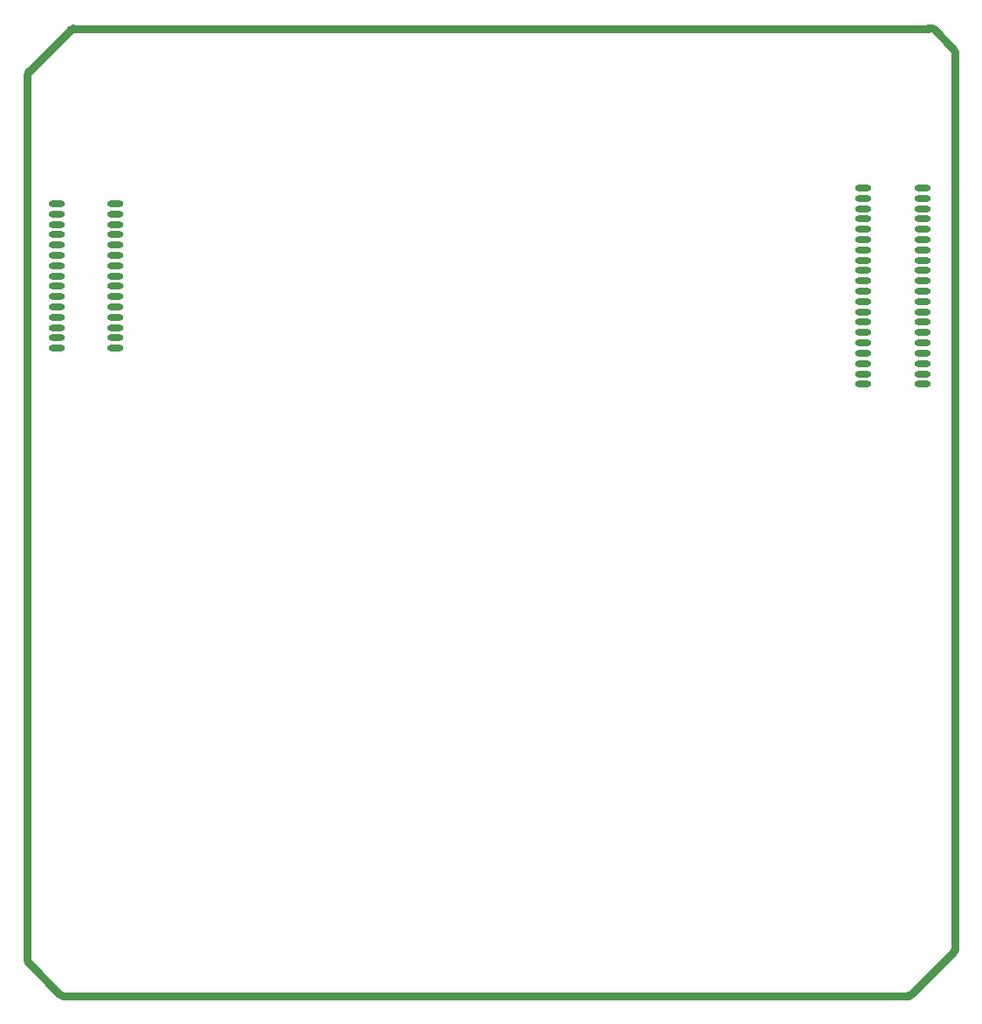
<source format=gbp>
G04 Layer_Color=128*
%FSLAX43Y43*%
%MOMM*%
G71*
G01*
G75*
%ADD12O,1.600X0.600*%
%ADD22C,0.762*%
%ADD23C,0.762*%
D12*
X8824Y63470D02*
D03*
Y64470D02*
D03*
Y65470D02*
D03*
Y66470D02*
D03*
Y67470D02*
D03*
Y68470D02*
D03*
Y69470D02*
D03*
Y70470D02*
D03*
Y71470D02*
D03*
Y72470D02*
D03*
Y73470D02*
D03*
Y74470D02*
D03*
Y75470D02*
D03*
Y76470D02*
D03*
Y77470D02*
D03*
X3124D02*
D03*
Y76470D02*
D03*
Y75470D02*
D03*
Y74470D02*
D03*
Y73470D02*
D03*
Y72470D02*
D03*
Y71470D02*
D03*
Y70470D02*
D03*
Y69470D02*
D03*
Y68470D02*
D03*
Y67470D02*
D03*
Y66470D02*
D03*
Y65470D02*
D03*
Y64470D02*
D03*
Y63470D02*
D03*
X81331Y59994D02*
D03*
Y60994D02*
D03*
Y61994D02*
D03*
Y62994D02*
D03*
Y63994D02*
D03*
Y64994D02*
D03*
Y65994D02*
D03*
Y66994D02*
D03*
Y67994D02*
D03*
Y68994D02*
D03*
Y69994D02*
D03*
Y70994D02*
D03*
Y71994D02*
D03*
Y72994D02*
D03*
Y73994D02*
D03*
Y74994D02*
D03*
Y75994D02*
D03*
Y76994D02*
D03*
Y77994D02*
D03*
Y78994D02*
D03*
X87031D02*
D03*
Y77994D02*
D03*
Y76994D02*
D03*
Y75994D02*
D03*
Y74994D02*
D03*
Y73994D02*
D03*
Y72994D02*
D03*
Y71994D02*
D03*
Y70994D02*
D03*
Y69994D02*
D03*
Y68994D02*
D03*
Y67994D02*
D03*
Y66994D02*
D03*
Y65994D02*
D03*
Y64994D02*
D03*
Y63994D02*
D03*
Y62994D02*
D03*
Y61994D02*
D03*
Y60994D02*
D03*
Y59994D02*
D03*
D22*
X3439Y925D02*
G03*
X3439Y924I270J269D01*
G01*
X3464Y899D02*
G03*
X3734Y787I270J269D01*
G01*
X305Y4216D02*
G03*
X417Y3947I381J0D01*
G01*
X305Y4216D02*
G03*
X416Y3947I381J0D01*
G01*
X3464Y899D02*
G03*
X3734Y787I269J269D01*
G01*
X416Y90236D02*
G03*
X305Y89967I269J-269D01*
G01*
X417Y90237D02*
G03*
X305Y89967I269J-270D01*
G01*
X4775Y94437D02*
G03*
X4505Y94325I0J-381D01*
G01*
X4775Y94437D02*
G03*
X4506Y94326I0J-381D01*
G01*
X85700Y787D02*
G03*
X85969Y899I0J381D01*
G01*
X85700Y787D02*
G03*
X85969Y899I0J381D01*
G01*
X90058Y4988D02*
G03*
X90170Y5258I-269J270D01*
G01*
X90058Y4988D02*
G03*
X90170Y5258I-269J269D01*
G01*
X88153Y94376D02*
G03*
X87694Y94437I-269J-269D01*
G01*
X88154Y94376D02*
G03*
X87694Y94437I-270J-269D01*
G01*
X90170Y92202D02*
G03*
X90058Y92471I-381J0D01*
G01*
X90170Y92202D02*
G03*
X90058Y92472I-381J0D01*
G01*
X3464Y899D02*
X3464Y899D01*
X3439Y924D02*
X3464Y899D01*
X3439Y924D02*
X3439Y924D01*
X3439Y925D02*
X3439Y924D01*
X417Y3947D02*
X3439Y925D01*
X416Y3947D02*
X417Y3947D01*
X3734Y787D02*
X84506D01*
X305Y4216D02*
Y89967D01*
X416Y90236D02*
X417Y90237D01*
X4505Y94325D01*
X4506Y94326D01*
X4775Y94437D02*
X4801D01*
X87694D01*
X84506Y787D02*
X85700D01*
X85969Y899D02*
X85969Y899D01*
X90058Y4988D01*
X90058Y4988D01*
X90170Y5258D02*
Y91821D01*
Y92202D01*
X90058Y92472D02*
X90058Y92471D01*
X88154Y94376D02*
X90058Y92472D01*
X88153Y94376D02*
X88154Y94376D01*
D23*
X3439Y924D02*
D03*
M02*

</source>
